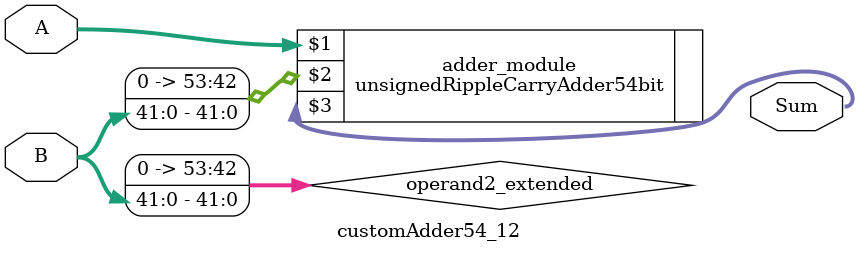
<source format=v>
module customAdder54_12(
                        input [53 : 0] A,
                        input [41 : 0] B,
                        
                        output [54 : 0] Sum
                );

        wire [53 : 0] operand2_extended;
        
        assign operand2_extended =  {12'b0, B};
        
        unsignedRippleCarryAdder54bit adder_module(
            A,
            operand2_extended,
            Sum
        );
        
        endmodule
        
</source>
